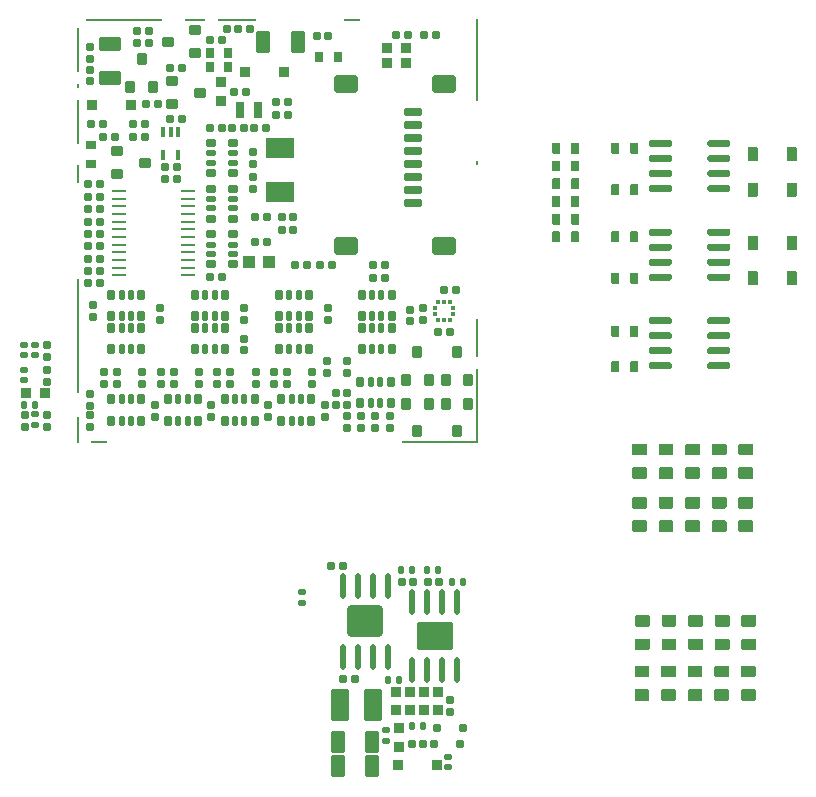
<source format=gbp>
G75*
G70*
%OFA0B0*%
%FSLAX25Y25*%
%IPPOS*%
%LPD*%
%AMOC8*
5,1,8,0,0,1.08239X$1,22.5*
%
%AMM1*
21,1,0.035430,0.030320,0.000000,0.000000,180.000000*
21,1,0.028350,0.037400,0.000000,0.000000,180.000000*
1,1,0.007090,-0.014170,0.015160*
1,1,0.007090,0.014170,0.015160*
1,1,0.007090,0.014170,-0.015160*
1,1,0.007090,-0.014170,-0.015160*
%
%AMM13*
21,1,0.035830,0.026770,0.000000,0.000000,0.000000*
21,1,0.029130,0.033470,0.000000,0.000000,0.000000*
1,1,0.006690,0.014570,-0.013390*
1,1,0.006690,-0.014570,-0.013390*
1,1,0.006690,-0.014570,0.013390*
1,1,0.006690,0.014570,0.013390*
%
%AMM137*
21,1,0.035830,0.026770,-0.000000,-0.000000,180.000000*
21,1,0.029130,0.033470,-0.000000,-0.000000,180.000000*
1,1,0.006690,-0.014570,0.013390*
1,1,0.006690,0.014570,0.013390*
1,1,0.006690,0.014570,-0.013390*
1,1,0.006690,-0.014570,-0.013390*
%
%AMM138*
21,1,0.070870,0.036220,-0.000000,-0.000000,270.000000*
21,1,0.061810,0.045280,-0.000000,-0.000000,270.000000*
1,1,0.009060,-0.018110,-0.030910*
1,1,0.009060,-0.018110,0.030910*
1,1,0.009060,0.018110,0.030910*
1,1,0.009060,0.018110,-0.030910*
%
%AMM14*
21,1,0.070870,0.036220,0.000000,0.000000,90.000000*
21,1,0.061810,0.045280,0.000000,0.000000,90.000000*
1,1,0.009060,0.018110,0.030910*
1,1,0.009060,0.018110,-0.030910*
1,1,0.009060,-0.018110,-0.030910*
1,1,0.009060,-0.018110,0.030910*
%
%AMM141*
21,1,0.023620,0.018900,-0.000000,-0.000000,270.000000*
21,1,0.018900,0.023620,-0.000000,-0.000000,270.000000*
1,1,0.004720,-0.009450,-0.009450*
1,1,0.004720,-0.009450,0.009450*
1,1,0.004720,0.009450,0.009450*
1,1,0.004720,0.009450,-0.009450*
%
%AMM142*
21,1,0.019680,0.019680,-0.000000,-0.000000,180.000000*
21,1,0.015750,0.023620,-0.000000,-0.000000,180.000000*
1,1,0.003940,-0.007870,0.009840*
1,1,0.003940,0.007870,0.009840*
1,1,0.003940,0.007870,-0.009840*
1,1,0.003940,-0.007870,-0.009840*
%
%AMM143*
21,1,0.019680,0.019680,-0.000000,-0.000000,90.000000*
21,1,0.015750,0.023620,-0.000000,-0.000000,90.000000*
1,1,0.003940,0.009840,0.007870*
1,1,0.003940,0.009840,-0.007870*
1,1,0.003940,-0.009840,-0.007870*
1,1,0.003940,-0.009840,0.007870*
%
%AMM157*
21,1,0.106300,0.050390,-0.000000,-0.000000,270.000000*
21,1,0.093700,0.062990,-0.000000,-0.000000,270.000000*
1,1,0.012600,-0.025200,-0.046850*
1,1,0.012600,-0.025200,0.046850*
1,1,0.012600,0.025200,0.046850*
1,1,0.012600,0.025200,-0.046850*
%
%AMM158*
21,1,0.033470,0.026770,-0.000000,-0.000000,90.000000*
21,1,0.026770,0.033470,-0.000000,-0.000000,90.000000*
1,1,0.006690,0.013390,0.013390*
1,1,0.006690,0.013390,-0.013390*
1,1,0.006690,-0.013390,-0.013390*
1,1,0.006690,-0.013390,0.013390*
%
%AMM159*
21,1,0.023620,0.018900,-0.000000,-0.000000,0.000000*
21,1,0.018900,0.023620,-0.000000,-0.000000,0.000000*
1,1,0.004720,0.009450,-0.009450*
1,1,0.004720,-0.009450,-0.009450*
1,1,0.004720,-0.009450,0.009450*
1,1,0.004720,0.009450,0.009450*
%
%AMM160*
21,1,0.122050,0.075590,-0.000000,-0.000000,0.000000*
21,1,0.103150,0.094490,-0.000000,-0.000000,0.000000*
1,1,0.018900,0.051580,-0.037800*
1,1,0.018900,-0.051580,-0.037800*
1,1,0.018900,-0.051580,0.037800*
1,1,0.018900,0.051580,0.037800*
%
%AMM161*
21,1,0.118110,0.083460,-0.000000,-0.000000,180.000000*
21,1,0.097240,0.104330,-0.000000,-0.000000,180.000000*
1,1,0.020870,-0.048620,0.041730*
1,1,0.020870,0.048620,0.041730*
1,1,0.020870,0.048620,-0.041730*
1,1,0.020870,-0.048620,-0.041730*
%
%AMM169*
21,1,0.023620,0.018900,0.000000,-0.000000,90.000000*
21,1,0.018900,0.023620,0.000000,-0.000000,90.000000*
1,1,0.004720,0.009450,0.009450*
1,1,0.004720,0.009450,-0.009450*
1,1,0.004720,-0.009450,-0.009450*
1,1,0.004720,-0.009450,0.009450*
%
%AMM170*
21,1,0.019680,0.019680,0.000000,-0.000000,180.000000*
21,1,0.015750,0.023620,0.000000,-0.000000,180.000000*
1,1,0.003940,-0.007870,0.009840*
1,1,0.003940,0.007870,0.009840*
1,1,0.003940,0.007870,-0.009840*
1,1,0.003940,-0.007870,-0.009840*
%
%AMM171*
21,1,0.033470,0.026770,0.000000,-0.000000,180.000000*
21,1,0.026770,0.033470,0.000000,-0.000000,180.000000*
1,1,0.006690,-0.013390,0.013390*
1,1,0.006690,0.013390,0.013390*
1,1,0.006690,0.013390,-0.013390*
1,1,0.006690,-0.013390,-0.013390*
%
%AMM172*
21,1,0.019680,0.019680,0.000000,-0.000000,270.000000*
21,1,0.015750,0.023620,0.000000,-0.000000,270.000000*
1,1,0.003940,-0.009840,-0.007870*
1,1,0.003940,-0.009840,0.007870*
1,1,0.003940,0.009840,0.007870*
1,1,0.003940,0.009840,-0.007870*
%
%AMM2*
21,1,0.033470,0.026770,0.000000,0.000000,0.000000*
21,1,0.026770,0.033470,0.000000,0.000000,0.000000*
1,1,0.006690,0.013390,-0.013390*
1,1,0.006690,-0.013390,-0.013390*
1,1,0.006690,-0.013390,0.013390*
1,1,0.006690,0.013390,0.013390*
%
%AMM41*
21,1,0.025590,0.026380,0.000000,0.000000,270.000000*
21,1,0.020470,0.031500,0.000000,0.000000,270.000000*
1,1,0.005120,-0.013190,-0.010240*
1,1,0.005120,-0.013190,0.010240*
1,1,0.005120,0.013190,0.010240*
1,1,0.005120,0.013190,-0.010240*
%
%AMM42*
21,1,0.017720,0.027950,0.000000,0.000000,270.000000*
21,1,0.014170,0.031500,0.000000,0.000000,270.000000*
1,1,0.003540,-0.013980,-0.007090*
1,1,0.003540,-0.013980,0.007090*
1,1,0.003540,0.013980,0.007090*
1,1,0.003540,0.013980,-0.007090*
%
%AMM45*
21,1,0.027560,0.018900,0.000000,0.000000,90.000000*
21,1,0.022840,0.023620,0.000000,0.000000,90.000000*
1,1,0.004720,0.009450,0.011420*
1,1,0.004720,0.009450,-0.011420*
1,1,0.004720,-0.009450,-0.011420*
1,1,0.004720,-0.009450,0.011420*
%
%AMM47*
21,1,0.027560,0.018900,0.000000,0.000000,180.000000*
21,1,0.022840,0.023620,0.000000,0.000000,180.000000*
1,1,0.004720,-0.011420,0.009450*
1,1,0.004720,0.011420,0.009450*
1,1,0.004720,0.011420,-0.009450*
1,1,0.004720,-0.011420,-0.009450*
%
%AMM49*
21,1,0.035430,0.030320,0.000000,0.000000,270.000000*
21,1,0.028350,0.037400,0.000000,0.000000,270.000000*
1,1,0.007090,-0.015160,-0.014170*
1,1,0.007090,-0.015160,0.014170*
1,1,0.007090,0.015160,0.014170*
1,1,0.007090,0.015160,-0.014170*
%
%AMM52*
21,1,0.027560,0.030710,0.000000,0.000000,0.000000*
21,1,0.022050,0.036220,0.000000,0.000000,0.000000*
1,1,0.005510,0.011020,-0.015350*
1,1,0.005510,-0.011020,-0.015350*
1,1,0.005510,-0.011020,0.015350*
1,1,0.005510,0.011020,0.015350*
%
%AMM73*
21,1,0.033470,0.026770,0.000000,0.000000,90.000000*
21,1,0.026770,0.033470,0.000000,0.000000,90.000000*
1,1,0.006690,0.013390,0.013390*
1,1,0.006690,0.013390,-0.013390*
1,1,0.006690,-0.013390,-0.013390*
1,1,0.006690,-0.013390,0.013390*
%
%AMM74*
21,1,0.025590,0.026380,0.000000,0.000000,0.000000*
21,1,0.020470,0.031500,0.000000,0.000000,0.000000*
1,1,0.005120,0.010240,-0.013190*
1,1,0.005120,-0.010240,-0.013190*
1,1,0.005120,-0.010240,0.013190*
1,1,0.005120,0.010240,0.013190*
%
%AMM75*
21,1,0.017720,0.027950,0.000000,0.000000,0.000000*
21,1,0.014170,0.031500,0.000000,0.000000,0.000000*
1,1,0.003540,0.007090,-0.013980*
1,1,0.003540,-0.007090,-0.013980*
1,1,0.003540,-0.007090,0.013980*
1,1,0.003540,0.007090,0.013980*
%
%AMM76*
21,1,0.078740,0.045670,0.000000,0.000000,180.000000*
21,1,0.067320,0.057090,0.000000,0.000000,180.000000*
1,1,0.011420,-0.033660,0.022840*
1,1,0.011420,0.033660,0.022840*
1,1,0.011420,0.033660,-0.022840*
1,1,0.011420,-0.033660,-0.022840*
%
%AMM77*
21,1,0.059060,0.020470,0.000000,0.000000,180.000000*
21,1,0.053940,0.025590,0.000000,0.000000,180.000000*
1,1,0.005120,-0.026970,0.010240*
1,1,0.005120,0.026970,0.010240*
1,1,0.005120,0.026970,-0.010240*
1,1,0.005120,-0.026970,-0.010240*
%
%AMM78*
21,1,0.012600,0.028980,0.000000,0.000000,180.000000*
21,1,0.010080,0.031500,0.000000,0.000000,180.000000*
1,1,0.002520,-0.005040,0.014490*
1,1,0.002520,0.005040,0.014490*
1,1,0.002520,0.005040,-0.014490*
1,1,0.002520,-0.005040,-0.014490*
%
%AMM79*
21,1,0.070870,0.036220,0.000000,0.000000,0.000000*
21,1,0.061810,0.045280,0.000000,0.000000,0.000000*
1,1,0.009060,0.030910,-0.018110*
1,1,0.009060,-0.030910,-0.018110*
1,1,0.009060,-0.030910,0.018110*
1,1,0.009060,0.030910,0.018110*
%
%AMM80*
21,1,0.027560,0.049610,0.000000,0.000000,0.000000*
21,1,0.022050,0.055120,0.000000,0.000000,0.000000*
1,1,0.005510,0.011020,-0.024800*
1,1,0.005510,-0.011020,-0.024800*
1,1,0.005510,-0.011020,0.024800*
1,1,0.005510,0.011020,0.024800*
%
%AMM81*
21,1,0.027560,0.030710,0.000000,0.000000,90.000000*
21,1,0.022050,0.036220,0.000000,0.000000,90.000000*
1,1,0.005510,0.015350,0.011020*
1,1,0.005510,0.015350,-0.011020*
1,1,0.005510,-0.015350,-0.011020*
1,1,0.005510,-0.015350,0.011020*
%
%ADD114O,0.01968X0.08661*%
%ADD128M41*%
%ADD129M42*%
%ADD135M45*%
%ADD139M47*%
%ADD141M49*%
%ADD144M52*%
%ADD181M73*%
%ADD182M74*%
%ADD183M75*%
%ADD184M76*%
%ADD185M77*%
%ADD186R,0.01378X0.01476*%
%ADD188M78*%
%ADD189O,0.04961X0.00984*%
%ADD190M79*%
%ADD191R,0.09449X0.06693*%
%ADD192R,0.01476X0.01378*%
%ADD193M80*%
%ADD194R,0.03937X0.04331*%
%ADD195M81*%
%ADD268M137*%
%ADD269M138*%
%ADD272M141*%
%ADD273M142*%
%ADD274M143*%
%ADD288M157*%
%ADD289M158*%
%ADD290M159*%
%ADD291M160*%
%ADD292M161*%
%ADD300M169*%
%ADD301M170*%
%ADD302M171*%
%ADD303M172*%
%ADD35R,0.00787X0.14567*%
%ADD36R,0.00787X0.01575*%
%ADD37R,0.00787X0.06299*%
%ADD38R,0.00787X0.38189*%
%ADD39R,0.00787X0.09055*%
%ADD40R,0.05512X0.00787*%
%ADD41R,0.25197X0.00787*%
%ADD42R,0.06693X0.00787*%
%ADD43R,0.12992X0.00787*%
%ADD44R,0.00787X0.27559*%
%ADD45R,0.00787X0.12992*%
%ADD46R,0.00787X0.24803*%
%ADD68M1*%
%ADD70M2*%
%ADD90M13*%
%ADD91M14*%
X0000000Y0000000D02*
%LPD*%
G01*
G36*
G01*
X0263189Y0175630D02*
X0263189Y0178701D01*
G75*
G02*
X0263465Y0178976I0000276J0000000D01*
G01*
X0265669Y0178976D01*
G75*
G02*
X0265945Y0178701I0000000J-000276D01*
G01*
X0265945Y0175630D01*
G75*
G02*
X0265669Y0175354I-000276J0000000D01*
G01*
X0263465Y0175354D01*
G75*
G02*
X0263189Y0175630I0000000J0000276D01*
G01*
G37*
G36*
G01*
X0269488Y0175630D02*
X0269488Y0178701D01*
G75*
G02*
X0269764Y0178976I0000276J0000000D01*
G01*
X0271969Y0178976D01*
G75*
G02*
X0272244Y0178701I0000000J-000276D01*
G01*
X0272244Y0175630D01*
G75*
G02*
X0271969Y0175354I-000276J0000000D01*
G01*
X0269764Y0175354D01*
G75*
G02*
X0269488Y0175630I0000000J0000276D01*
G01*
G37*
G36*
G01*
X0310965Y0036260D02*
X0306831Y0036260D01*
G75*
G02*
X0306437Y0036654I0000000J0000394D01*
G01*
X0306437Y0039803D01*
G75*
G02*
X0306831Y0040197I0000394J0000000D01*
G01*
X0310965Y0040197D01*
G75*
G02*
X0311358Y0039803I0000000J-000394D01*
G01*
X0311358Y0036654D01*
G75*
G02*
X0310965Y0036260I-000394J0000000D01*
G01*
G37*
G36*
G01*
X0310965Y0044134D02*
X0306831Y0044134D01*
G75*
G02*
X0306437Y0044528I0000000J0000394D01*
G01*
X0306437Y0047677D01*
G75*
G02*
X0306831Y0048071I0000394J0000000D01*
G01*
X0310965Y0048071D01*
G75*
G02*
X0311358Y0047677I0000000J-000394D01*
G01*
X0311358Y0044528D01*
G75*
G02*
X0310965Y0044134I-000394J0000000D01*
G01*
G37*
G36*
G01*
X0289272Y0064961D02*
X0293406Y0064961D01*
G75*
G02*
X0293799Y0064567I0000000J-000394D01*
G01*
X0293799Y0061417D01*
G75*
G02*
X0293406Y0061024I-000394J0000000D01*
G01*
X0289272Y0061024D01*
G75*
G02*
X0288878Y0061417I0000000J0000394D01*
G01*
X0288878Y0064567D01*
G75*
G02*
X0289272Y0064961I0000394J0000000D01*
G01*
G37*
G36*
G01*
X0289272Y0057087D02*
X0293406Y0057087D01*
G75*
G02*
X0293799Y0056693I0000000J-000394D01*
G01*
X0293799Y0053543D01*
G75*
G02*
X0293406Y0053150I-000394J0000000D01*
G01*
X0289272Y0053150D01*
G75*
G02*
X0288878Y0053543I0000000J0000394D01*
G01*
X0288878Y0056693D01*
G75*
G02*
X0289272Y0057087I0000394J0000000D01*
G01*
G37*
G36*
G01*
X0252559Y0198386D02*
X0252559Y0195315D01*
G75*
G02*
X0252283Y0195039I-000276J0000000D01*
G01*
X0250079Y0195039D01*
G75*
G02*
X0249803Y0195315I0000000J0000276D01*
G01*
X0249803Y0198386D01*
G75*
G02*
X0250079Y0198661I0000276J0000000D01*
G01*
X0252283Y0198661D01*
G75*
G02*
X0252559Y0198386I0000000J-000276D01*
G01*
G37*
G36*
G01*
X0246260Y0198386D02*
X0246260Y0195315D01*
G75*
G02*
X0245984Y0195039I-000276J0000000D01*
G01*
X0243780Y0195039D01*
G75*
G02*
X0243504Y0195315I0000000J0000276D01*
G01*
X0243504Y0198386D01*
G75*
G02*
X0243780Y0198661I0000276J0000000D01*
G01*
X0245984Y0198661D01*
G75*
G02*
X0246260Y0198386I0000000J-000276D01*
G01*
G37*
G36*
G01*
X0263189Y0205157D02*
X0263189Y0208228D01*
G75*
G02*
X0263465Y0208504I0000276J0000000D01*
G01*
X0265669Y0208504D01*
G75*
G02*
X0265945Y0208228I0000000J-000276D01*
G01*
X0265945Y0205157D01*
G75*
G02*
X0265669Y0204882I-000276J0000000D01*
G01*
X0263465Y0204882D01*
G75*
G02*
X0263189Y0205157I0000000J0000276D01*
G01*
G37*
G36*
G01*
X0269488Y0205157D02*
X0269488Y0208228D01*
G75*
G02*
X0269764Y0208504I0000276J0000000D01*
G01*
X0271969Y0208504D01*
G75*
G02*
X0272244Y0208228I0000000J-000276D01*
G01*
X0272244Y0205157D01*
G75*
G02*
X0271969Y0204882I-000276J0000000D01*
G01*
X0269764Y0204882D01*
G75*
G02*
X0269488Y0205157I0000000J0000276D01*
G01*
G37*
G36*
G01*
X0298130Y0064961D02*
X0302264Y0064961D01*
G75*
G02*
X0302657Y0064567I0000000J-000394D01*
G01*
X0302657Y0061417D01*
G75*
G02*
X0302264Y0061024I-000394J0000000D01*
G01*
X0298130Y0061024D01*
G75*
G02*
X0297736Y0061417I0000000J0000394D01*
G01*
X0297736Y0064567D01*
G75*
G02*
X0298130Y0064961I0000394J0000000D01*
G01*
G37*
G36*
G01*
X0298130Y0057087D02*
X0302264Y0057087D01*
G75*
G02*
X0302657Y0056693I0000000J-000394D01*
G01*
X0302657Y0053543D01*
G75*
G02*
X0302264Y0053150I-000394J0000000D01*
G01*
X0298130Y0053150D01*
G75*
G02*
X0297736Y0053543I0000000J0000394D01*
G01*
X0297736Y0056693D01*
G75*
G02*
X0298130Y0057087I0000394J0000000D01*
G01*
G37*
G36*
G01*
X0270571Y0122047D02*
X0274705Y0122047D01*
G75*
G02*
X0275098Y0121654I0000000J-000394D01*
G01*
X0275098Y0118504D01*
G75*
G02*
X0274705Y0118110I-000394J0000000D01*
G01*
X0270571Y0118110D01*
G75*
G02*
X0270177Y0118504I0000000J0000394D01*
G01*
X0270177Y0121654D01*
G75*
G02*
X0270571Y0122047I0000394J0000000D01*
G01*
G37*
G36*
G01*
X0270571Y0114173D02*
X0274705Y0114173D01*
G75*
G02*
X0275098Y0113780I0000000J-000394D01*
G01*
X0275098Y0110630D01*
G75*
G02*
X0274705Y0110236I-000394J0000000D01*
G01*
X0270571Y0110236D01*
G75*
G02*
X0270177Y0110630I0000000J0000394D01*
G01*
X0270177Y0113780D01*
G75*
G02*
X0270571Y0114173I0000394J0000000D01*
G01*
G37*
G36*
G01*
X0302106Y0036260D02*
X0297972Y0036260D01*
G75*
G02*
X0297579Y0036654I0000000J0000394D01*
G01*
X0297579Y0039803D01*
G75*
G02*
X0297972Y0040197I0000394J0000000D01*
G01*
X0302106Y0040197D01*
G75*
G02*
X0302500Y0039803I0000000J-000394D01*
G01*
X0302500Y0036654D01*
G75*
G02*
X0302106Y0036260I-000394J0000000D01*
G01*
G37*
G36*
G01*
X0302106Y0044134D02*
X0297972Y0044134D01*
G75*
G02*
X0297579Y0044528I0000000J0000394D01*
G01*
X0297579Y0047677D01*
G75*
G02*
X0297972Y0048071I0000394J0000000D01*
G01*
X0302106Y0048071D01*
G75*
G02*
X0302500Y0047677I0000000J-000394D01*
G01*
X0302500Y0044528D01*
G75*
G02*
X0302106Y0044134I-000394J0000000D01*
G01*
G37*
G36*
G01*
X0280413Y0064961D02*
X0284547Y0064961D01*
G75*
G02*
X0284941Y0064567I0000000J-000394D01*
G01*
X0284941Y0061417D01*
G75*
G02*
X0284547Y0061024I-000394J0000000D01*
G01*
X0280413Y0061024D01*
G75*
G02*
X0280020Y0061417I0000000J0000394D01*
G01*
X0280020Y0064567D01*
G75*
G02*
X0280413Y0064961I0000394J0000000D01*
G01*
G37*
G36*
G01*
X0280413Y0057087D02*
X0284547Y0057087D01*
G75*
G02*
X0284941Y0056693I0000000J-000394D01*
G01*
X0284941Y0053543D01*
G75*
G02*
X0284547Y0053150I-000394J0000000D01*
G01*
X0280413Y0053150D01*
G75*
G02*
X0280020Y0053543I0000000J0000394D01*
G01*
X0280020Y0056693D01*
G75*
G02*
X0280413Y0057087I0000394J0000000D01*
G01*
G37*
G36*
G01*
X0306988Y0064961D02*
X0311122Y0064961D01*
G75*
G02*
X0311516Y0064567I0000000J-000394D01*
G01*
X0311516Y0061417D01*
G75*
G02*
X0311122Y0061024I-000394J0000000D01*
G01*
X0306988Y0061024D01*
G75*
G02*
X0306594Y0061417I0000000J0000394D01*
G01*
X0306594Y0064567D01*
G75*
G02*
X0306988Y0064961I0000394J0000000D01*
G01*
G37*
G36*
G01*
X0306988Y0057087D02*
X0311122Y0057087D01*
G75*
G02*
X0311516Y0056693I0000000J-000394D01*
G01*
X0311516Y0053543D01*
G75*
G02*
X0311122Y0053150I-000394J0000000D01*
G01*
X0306988Y0053150D01*
G75*
G02*
X0306594Y0053543I0000000J0000394D01*
G01*
X0306594Y0056693D01*
G75*
G02*
X0306988Y0057087I0000394J0000000D01*
G01*
G37*
G36*
G01*
X0275787Y0147421D02*
X0275787Y0148602D01*
G75*
G02*
X0276378Y0149193I0000591J0000000D01*
G01*
X0282874Y0149193D01*
G75*
G02*
X0283465Y0148602I0000000J-000591D01*
G01*
X0283465Y0147421D01*
G75*
G02*
X0282874Y0146831I-000591J0000000D01*
G01*
X0276378Y0146831D01*
G75*
G02*
X0275787Y0147421I0000000J0000591D01*
G01*
G37*
G36*
G01*
X0275787Y0152421D02*
X0275787Y0153602D01*
G75*
G02*
X0276378Y0154193I0000591J0000000D01*
G01*
X0282874Y0154193D01*
G75*
G02*
X0283465Y0153602I0000000J-000591D01*
G01*
X0283465Y0152421D01*
G75*
G02*
X0282874Y0151831I-000591J0000000D01*
G01*
X0276378Y0151831D01*
G75*
G02*
X0275787Y0152421I0000000J0000591D01*
G01*
G37*
G36*
G01*
X0275787Y0157421D02*
X0275787Y0158602D01*
G75*
G02*
X0276378Y0159193I0000591J0000000D01*
G01*
X0282874Y0159193D01*
G75*
G02*
X0283465Y0158602I0000000J-000591D01*
G01*
X0283465Y0157421D01*
G75*
G02*
X0282874Y0156831I-000591J0000000D01*
G01*
X0276378Y0156831D01*
G75*
G02*
X0275787Y0157421I0000000J0000591D01*
G01*
G37*
G36*
G01*
X0275787Y0162421D02*
X0275787Y0163602D01*
G75*
G02*
X0276378Y0164193I0000591J0000000D01*
G01*
X0282874Y0164193D01*
G75*
G02*
X0283465Y0163602I0000000J-000591D01*
G01*
X0283465Y0162421D01*
G75*
G02*
X0282874Y0161831I-000591J0000000D01*
G01*
X0276378Y0161831D01*
G75*
G02*
X0275787Y0162421I0000000J0000591D01*
G01*
G37*
G36*
G01*
X0295276Y0162421D02*
X0295276Y0163602D01*
G75*
G02*
X0295866Y0164193I0000591J0000000D01*
G01*
X0302362Y0164193D01*
G75*
G02*
X0302953Y0163602I0000000J-000591D01*
G01*
X0302953Y0162421D01*
G75*
G02*
X0302362Y0161831I-000591J0000000D01*
G01*
X0295866Y0161831D01*
G75*
G02*
X0295276Y0162421I0000000J0000591D01*
G01*
G37*
G36*
G01*
X0295276Y0157421D02*
X0295276Y0158602D01*
G75*
G02*
X0295866Y0159193I0000591J0000000D01*
G01*
X0302362Y0159193D01*
G75*
G02*
X0302953Y0158602I0000000J-000591D01*
G01*
X0302953Y0157421D01*
G75*
G02*
X0302362Y0156831I-000591J0000000D01*
G01*
X0295866Y0156831D01*
G75*
G02*
X0295276Y0157421I0000000J0000591D01*
G01*
G37*
G36*
G01*
X0295276Y0152421D02*
X0295276Y0153602D01*
G75*
G02*
X0295866Y0154193I0000591J0000000D01*
G01*
X0302362Y0154193D01*
G75*
G02*
X0302953Y0153602I0000000J-000591D01*
G01*
X0302953Y0152421D01*
G75*
G02*
X0302362Y0151831I-000591J0000000D01*
G01*
X0295866Y0151831D01*
G75*
G02*
X0295276Y0152421I0000000J0000591D01*
G01*
G37*
G36*
G01*
X0295276Y0147421D02*
X0295276Y0148602D01*
G75*
G02*
X0295866Y0149193I0000591J0000000D01*
G01*
X0302362Y0149193D01*
G75*
G02*
X0302953Y0148602I0000000J-000591D01*
G01*
X0302953Y0147421D01*
G75*
G02*
X0302362Y0146831I-000591J0000000D01*
G01*
X0295866Y0146831D01*
G75*
G02*
X0295276Y0147421I0000000J0000591D01*
G01*
G37*
G36*
G01*
X0252559Y0222008D02*
X0252559Y0218937D01*
G75*
G02*
X0252283Y0218661I-000276J0000000D01*
G01*
X0250079Y0218661D01*
G75*
G02*
X0249803Y0218937I0000000J0000276D01*
G01*
X0249803Y0222008D01*
G75*
G02*
X0250079Y0222283I0000276J0000000D01*
G01*
X0252283Y0222283D01*
G75*
G02*
X0252559Y0222008I0000000J-000276D01*
G01*
G37*
G36*
G01*
X0246260Y0222008D02*
X0246260Y0218937D01*
G75*
G02*
X0245984Y0218661I-000276J0000000D01*
G01*
X0243780Y0218661D01*
G75*
G02*
X0243504Y0218937I0000000J0000276D01*
G01*
X0243504Y0222008D01*
G75*
G02*
X0243780Y0222283I0000276J0000000D01*
G01*
X0245984Y0222283D01*
G75*
G02*
X0246260Y0222008I0000000J-000276D01*
G01*
G37*
G36*
G01*
X0325197Y0190984D02*
X0325197Y0186969D01*
G75*
G02*
X0324843Y0186614I-000354J0000000D01*
G01*
X0322008Y0186614D01*
G75*
G02*
X0321654Y0186969I0000000J0000354D01*
G01*
X0321654Y0190984D01*
G75*
G02*
X0322008Y0191339I0000354J0000000D01*
G01*
X0324843Y0191339D01*
G75*
G02*
X0325197Y0190984I0000000J-000354D01*
G01*
G37*
G36*
G01*
X0312205Y0190984D02*
X0312205Y0186969D01*
G75*
G02*
X0311850Y0186614I-000354J0000000D01*
G01*
X0309016Y0186614D01*
G75*
G02*
X0308661Y0186969I0000000J0000354D01*
G01*
X0308661Y0190984D01*
G75*
G02*
X0309016Y0191339I0000354J0000000D01*
G01*
X0311850Y0191339D01*
G75*
G02*
X0312205Y0190984I0000000J-000354D01*
G01*
G37*
G36*
G01*
X0283563Y0092520D02*
X0279429Y0092520D01*
G75*
G02*
X0279035Y0092913I0000000J0000394D01*
G01*
X0279035Y0096063D01*
G75*
G02*
X0279429Y0096457I0000394J0000000D01*
G01*
X0283563Y0096457D01*
G75*
G02*
X0283957Y0096063I0000000J-000394D01*
G01*
X0283957Y0092913D01*
G75*
G02*
X0283563Y0092520I-000394J0000000D01*
G01*
G37*
G36*
G01*
X0283563Y0100394D02*
X0279429Y0100394D01*
G75*
G02*
X0279035Y0100787I0000000J0000394D01*
G01*
X0279035Y0103937D01*
G75*
G02*
X0279429Y0104331I0000394J0000000D01*
G01*
X0283563Y0104331D01*
G75*
G02*
X0283957Y0103937I0000000J-000394D01*
G01*
X0283957Y0100787D01*
G75*
G02*
X0283563Y0100394I-000394J0000000D01*
G01*
G37*
G36*
G01*
X0275531Y0036260D02*
X0271398Y0036260D01*
G75*
G02*
X0271004Y0036654I0000000J0000394D01*
G01*
X0271004Y0039803D01*
G75*
G02*
X0271398Y0040197I0000394J0000000D01*
G01*
X0275531Y0040197D01*
G75*
G02*
X0275925Y0039803I0000000J-000394D01*
G01*
X0275925Y0036654D01*
G75*
G02*
X0275531Y0036260I-000394J0000000D01*
G01*
G37*
G36*
G01*
X0275531Y0044134D02*
X0271398Y0044134D01*
G75*
G02*
X0271004Y0044528I0000000J0000394D01*
G01*
X0271004Y0047677D01*
G75*
G02*
X0271398Y0048071I0000394J0000000D01*
G01*
X0275531Y0048071D01*
G75*
G02*
X0275925Y0047677I0000000J-000394D01*
G01*
X0275925Y0044528D01*
G75*
G02*
X0275531Y0044134I-000394J0000000D01*
G01*
G37*
G36*
G01*
X0252559Y0210197D02*
X0252559Y0207126D01*
G75*
G02*
X0252283Y0206850I-000276J0000000D01*
G01*
X0250079Y0206850D01*
G75*
G02*
X0249803Y0207126I0000000J0000276D01*
G01*
X0249803Y0210197D01*
G75*
G02*
X0250079Y0210472I0000276J0000000D01*
G01*
X0252283Y0210472D01*
G75*
G02*
X0252559Y0210197I0000000J-000276D01*
G01*
G37*
G36*
G01*
X0246260Y0210197D02*
X0246260Y0207126D01*
G75*
G02*
X0245984Y0206850I-000276J0000000D01*
G01*
X0243780Y0206850D01*
G75*
G02*
X0243504Y0207126I0000000J0000276D01*
G01*
X0243504Y0210197D01*
G75*
G02*
X0243780Y0210472I0000276J0000000D01*
G01*
X0245984Y0210472D01*
G75*
G02*
X0246260Y0210197I0000000J-000276D01*
G01*
G37*
G36*
G01*
X0325197Y0179173D02*
X0325197Y0175157D01*
G75*
G02*
X0324843Y0174803I-000354J0000000D01*
G01*
X0322008Y0174803D01*
G75*
G02*
X0321654Y0175157I0000000J0000354D01*
G01*
X0321654Y0179173D01*
G75*
G02*
X0322008Y0179528I0000354J0000000D01*
G01*
X0324843Y0179528D01*
G75*
G02*
X0325197Y0179173I0000000J-000354D01*
G01*
G37*
G36*
G01*
X0312205Y0179173D02*
X0312205Y0175157D01*
G75*
G02*
X0311850Y0174803I-000354J0000000D01*
G01*
X0309016Y0174803D01*
G75*
G02*
X0308661Y0175157I0000000J0000354D01*
G01*
X0308661Y0179173D01*
G75*
G02*
X0309016Y0179528I0000354J0000000D01*
G01*
X0311850Y0179528D01*
G75*
G02*
X0312205Y0179173I0000000J-000354D01*
G01*
G37*
G36*
G01*
X0288287Y0122047D02*
X0292421Y0122047D01*
G75*
G02*
X0292815Y0121654I0000000J-000394D01*
G01*
X0292815Y0118504D01*
G75*
G02*
X0292421Y0118110I-000394J0000000D01*
G01*
X0288287Y0118110D01*
G75*
G02*
X0287894Y0118504I0000000J0000394D01*
G01*
X0287894Y0121654D01*
G75*
G02*
X0288287Y0122047I0000394J0000000D01*
G01*
G37*
G36*
G01*
X0288287Y0114173D02*
X0292421Y0114173D01*
G75*
G02*
X0292815Y0113780I0000000J-000394D01*
G01*
X0292815Y0110630D01*
G75*
G02*
X0292421Y0110236I-000394J0000000D01*
G01*
X0288287Y0110236D01*
G75*
G02*
X0287894Y0110630I0000000J0000394D01*
G01*
X0287894Y0113780D01*
G75*
G02*
X0288287Y0114173I0000394J0000000D01*
G01*
G37*
G36*
G01*
X0275787Y0206476D02*
X0275787Y0207657D01*
G75*
G02*
X0276378Y0208248I0000591J0000000D01*
G01*
X0282874Y0208248D01*
G75*
G02*
X0283465Y0207657I0000000J-000591D01*
G01*
X0283465Y0206476D01*
G75*
G02*
X0282874Y0205886I-000591J0000000D01*
G01*
X0276378Y0205886D01*
G75*
G02*
X0275787Y0206476I0000000J0000591D01*
G01*
G37*
G36*
G01*
X0275787Y0211476D02*
X0275787Y0212657D01*
G75*
G02*
X0276378Y0213248I0000591J0000000D01*
G01*
X0282874Y0213248D01*
G75*
G02*
X0283465Y0212657I0000000J-000591D01*
G01*
X0283465Y0211476D01*
G75*
G02*
X0282874Y0210886I-000591J0000000D01*
G01*
X0276378Y0210886D01*
G75*
G02*
X0275787Y0211476I0000000J0000591D01*
G01*
G37*
G36*
G01*
X0275787Y0216476D02*
X0275787Y0217657D01*
G75*
G02*
X0276378Y0218248I0000591J0000000D01*
G01*
X0282874Y0218248D01*
G75*
G02*
X0283465Y0217657I0000000J-000591D01*
G01*
X0283465Y0216476D01*
G75*
G02*
X0282874Y0215886I-000591J0000000D01*
G01*
X0276378Y0215886D01*
G75*
G02*
X0275787Y0216476I0000000J0000591D01*
G01*
G37*
G36*
G01*
X0275787Y0221476D02*
X0275787Y0222657D01*
G75*
G02*
X0276378Y0223248I0000591J0000000D01*
G01*
X0282874Y0223248D01*
G75*
G02*
X0283465Y0222657I0000000J-000591D01*
G01*
X0283465Y0221476D01*
G75*
G02*
X0282874Y0220886I-000591J0000000D01*
G01*
X0276378Y0220886D01*
G75*
G02*
X0275787Y0221476I0000000J0000591D01*
G01*
G37*
G36*
G01*
X0295276Y0221476D02*
X0295276Y0222657D01*
G75*
G02*
X0295866Y0223248I0000591J0000000D01*
G01*
X0302362Y0223248D01*
G75*
G02*
X0302953Y0222657I0000000J-000591D01*
G01*
X0302953Y0221476D01*
G75*
G02*
X0302362Y0220886I-000591J0000000D01*
G01*
X0295866Y0220886D01*
G75*
G02*
X0295276Y0221476I0000000J0000591D01*
G01*
G37*
G36*
G01*
X0295276Y0216476D02*
X0295276Y0217657D01*
G75*
G02*
X0295866Y0218248I0000591J0000000D01*
G01*
X0302362Y0218248D01*
G75*
G02*
X0302953Y0217657I0000000J-000591D01*
G01*
X0302953Y0216476D01*
G75*
G02*
X0302362Y0215886I-000591J0000000D01*
G01*
X0295866Y0215886D01*
G75*
G02*
X0295276Y0216476I0000000J0000591D01*
G01*
G37*
G36*
G01*
X0295276Y0211476D02*
X0295276Y0212657D01*
G75*
G02*
X0295866Y0213248I0000591J0000000D01*
G01*
X0302362Y0213248D01*
G75*
G02*
X0302953Y0212657I0000000J-000591D01*
G01*
X0302953Y0211476D01*
G75*
G02*
X0302362Y0210886I-000591J0000000D01*
G01*
X0295866Y0210886D01*
G75*
G02*
X0295276Y0211476I0000000J0000591D01*
G01*
G37*
G36*
G01*
X0295276Y0206476D02*
X0295276Y0207657D01*
G75*
G02*
X0295866Y0208248I0000591J0000000D01*
G01*
X0302362Y0208248D01*
G75*
G02*
X0302953Y0207657I0000000J-000591D01*
G01*
X0302953Y0206476D01*
G75*
G02*
X0302362Y0205886I-000591J0000000D01*
G01*
X0295866Y0205886D01*
G75*
G02*
X0295276Y0206476I0000000J0000591D01*
G01*
G37*
G36*
G01*
X0297146Y0122047D02*
X0301280Y0122047D01*
G75*
G02*
X0301673Y0121654I0000000J-000394D01*
G01*
X0301673Y0118504D01*
G75*
G02*
X0301280Y0118110I-000394J0000000D01*
G01*
X0297146Y0118110D01*
G75*
G02*
X0296752Y0118504I0000000J0000394D01*
G01*
X0296752Y0121654D01*
G75*
G02*
X0297146Y0122047I0000394J0000000D01*
G01*
G37*
G36*
G01*
X0297146Y0114173D02*
X0301280Y0114173D01*
G75*
G02*
X0301673Y0113780I0000000J-000394D01*
G01*
X0301673Y0110630D01*
G75*
G02*
X0301280Y0110236I-000394J0000000D01*
G01*
X0297146Y0110236D01*
G75*
G02*
X0296752Y0110630I0000000J0000394D01*
G01*
X0296752Y0113780D01*
G75*
G02*
X0297146Y0114173I0000394J0000000D01*
G01*
G37*
G36*
G01*
X0252559Y0216102D02*
X0252559Y0213031D01*
G75*
G02*
X0252283Y0212756I-000276J0000000D01*
G01*
X0250079Y0212756D01*
G75*
G02*
X0249803Y0213031I0000000J0000276D01*
G01*
X0249803Y0216102D01*
G75*
G02*
X0250079Y0216378I0000276J0000000D01*
G01*
X0252283Y0216378D01*
G75*
G02*
X0252559Y0216102I0000000J-000276D01*
G01*
G37*
G36*
G01*
X0246260Y0216102D02*
X0246260Y0213031D01*
G75*
G02*
X0245984Y0212756I-000276J0000000D01*
G01*
X0243780Y0212756D01*
G75*
G02*
X0243504Y0213031I0000000J0000276D01*
G01*
X0243504Y0216102D01*
G75*
G02*
X0243780Y0216378I0000276J0000000D01*
G01*
X0245984Y0216378D01*
G75*
G02*
X0246260Y0216102I0000000J-000276D01*
G01*
G37*
G36*
G01*
X0272244Y0149173D02*
X0272244Y0146102D01*
G75*
G02*
X0271969Y0145827I-000276J0000000D01*
G01*
X0269764Y0145827D01*
G75*
G02*
X0269488Y0146102I0000000J0000276D01*
G01*
X0269488Y0149173D01*
G75*
G02*
X0269764Y0149449I0000276J0000000D01*
G01*
X0271969Y0149449D01*
G75*
G02*
X0272244Y0149173I0000000J-000276D01*
G01*
G37*
G36*
G01*
X0265945Y0149173D02*
X0265945Y0146102D01*
G75*
G02*
X0265669Y0145827I-000276J0000000D01*
G01*
X0263465Y0145827D01*
G75*
G02*
X0263189Y0146102I0000000J0000276D01*
G01*
X0263189Y0149173D01*
G75*
G02*
X0263465Y0149449I0000276J0000000D01*
G01*
X0265669Y0149449D01*
G75*
G02*
X0265945Y0149173I0000000J-000276D01*
G01*
G37*
G36*
G01*
X0263189Y0218937D02*
X0263189Y0222008D01*
G75*
G02*
X0263465Y0222283I0000276J0000000D01*
G01*
X0265669Y0222283D01*
G75*
G02*
X0265945Y0222008I0000000J-000276D01*
G01*
X0265945Y0218937D01*
G75*
G02*
X0265669Y0218661I-000276J0000000D01*
G01*
X0263465Y0218661D01*
G75*
G02*
X0263189Y0218937I0000000J0000276D01*
G01*
G37*
G36*
G01*
X0269488Y0218937D02*
X0269488Y0222008D01*
G75*
G02*
X0269764Y0222283I0000276J0000000D01*
G01*
X0271969Y0222283D01*
G75*
G02*
X0272244Y0222008I0000000J-000276D01*
G01*
X0272244Y0218937D01*
G75*
G02*
X0271969Y0218661I-000276J0000000D01*
G01*
X0269764Y0218661D01*
G75*
G02*
X0269488Y0218937I0000000J0000276D01*
G01*
G37*
G36*
G01*
X0279429Y0122047D02*
X0283563Y0122047D01*
G75*
G02*
X0283957Y0121654I0000000J-000394D01*
G01*
X0283957Y0118504D01*
G75*
G02*
X0283563Y0118110I-000394J0000000D01*
G01*
X0279429Y0118110D01*
G75*
G02*
X0279035Y0118504I0000000J0000394D01*
G01*
X0279035Y0121654D01*
G75*
G02*
X0279429Y0122047I0000394J0000000D01*
G01*
G37*
G36*
G01*
X0279429Y0114173D02*
X0283563Y0114173D01*
G75*
G02*
X0283957Y0113780I0000000J-000394D01*
G01*
X0283957Y0110630D01*
G75*
G02*
X0283563Y0110236I-000394J0000000D01*
G01*
X0279429Y0110236D01*
G75*
G02*
X0279035Y0110630I0000000J0000394D01*
G01*
X0279035Y0113780D01*
G75*
G02*
X0279429Y0114173I0000394J0000000D01*
G01*
G37*
G36*
G01*
X0252559Y0192480D02*
X0252559Y0189409D01*
G75*
G02*
X0252283Y0189134I-000276J0000000D01*
G01*
X0250079Y0189134D01*
G75*
G02*
X0249803Y0189409I0000000J0000276D01*
G01*
X0249803Y0192480D01*
G75*
G02*
X0250079Y0192756I0000276J0000000D01*
G01*
X0252283Y0192756D01*
G75*
G02*
X0252559Y0192480I0000000J-000276D01*
G01*
G37*
G36*
G01*
X0246260Y0192480D02*
X0246260Y0189409D01*
G75*
G02*
X0245984Y0189134I-000276J0000000D01*
G01*
X0243780Y0189134D01*
G75*
G02*
X0243504Y0189409I0000000J0000276D01*
G01*
X0243504Y0192480D01*
G75*
G02*
X0243780Y0192756I0000276J0000000D01*
G01*
X0245984Y0192756D01*
G75*
G02*
X0246260Y0192480I0000000J-000276D01*
G01*
G37*
G36*
G01*
X0274705Y0092520D02*
X0270571Y0092520D01*
G75*
G02*
X0270177Y0092913I0000000J0000394D01*
G01*
X0270177Y0096063D01*
G75*
G02*
X0270571Y0096457I0000394J0000000D01*
G01*
X0274705Y0096457D01*
G75*
G02*
X0275098Y0096063I0000000J-000394D01*
G01*
X0275098Y0092913D01*
G75*
G02*
X0274705Y0092520I-000394J0000000D01*
G01*
G37*
G36*
G01*
X0274705Y0100394D02*
X0270571Y0100394D01*
G75*
G02*
X0270177Y0100787I0000000J0000394D01*
G01*
X0270177Y0103937D01*
G75*
G02*
X0270571Y0104331I0000394J0000000D01*
G01*
X0274705Y0104331D01*
G75*
G02*
X0275098Y0103937I0000000J-000394D01*
G01*
X0275098Y0100787D01*
G75*
G02*
X0274705Y0100394I-000394J0000000D01*
G01*
G37*
G36*
G01*
X0272244Y0160984D02*
X0272244Y0157913D01*
G75*
G02*
X0271969Y0157638I-000276J0000000D01*
G01*
X0269764Y0157638D01*
G75*
G02*
X0269488Y0157913I0000000J0000276D01*
G01*
X0269488Y0160984D01*
G75*
G02*
X0269764Y0161260I0000276J0000000D01*
G01*
X0271969Y0161260D01*
G75*
G02*
X0272244Y0160984I0000000J-000276D01*
G01*
G37*
G36*
G01*
X0265945Y0160984D02*
X0265945Y0157913D01*
G75*
G02*
X0265669Y0157638I-000276J0000000D01*
G01*
X0263465Y0157638D01*
G75*
G02*
X0263189Y0157913I0000000J0000276D01*
G01*
X0263189Y0160984D01*
G75*
G02*
X0263465Y0161260I0000276J0000000D01*
G01*
X0265669Y0161260D01*
G75*
G02*
X0265945Y0160984I0000000J-000276D01*
G01*
G37*
G36*
G01*
X0252559Y0204291D02*
X0252559Y0201220D01*
G75*
G02*
X0252283Y0200945I-000276J0000000D01*
G01*
X0250079Y0200945D01*
G75*
G02*
X0249803Y0201220I0000000J0000276D01*
G01*
X0249803Y0204291D01*
G75*
G02*
X0250079Y0204567I0000276J0000000D01*
G01*
X0252283Y0204567D01*
G75*
G02*
X0252559Y0204291I0000000J-000276D01*
G01*
G37*
G36*
G01*
X0246260Y0204291D02*
X0246260Y0201220D01*
G75*
G02*
X0245984Y0200945I-000276J0000000D01*
G01*
X0243780Y0200945D01*
G75*
G02*
X0243504Y0201220I0000000J0000276D01*
G01*
X0243504Y0204291D01*
G75*
G02*
X0243780Y0204567I0000276J0000000D01*
G01*
X0245984Y0204567D01*
G75*
G02*
X0246260Y0204291I0000000J-000276D01*
G01*
G37*
G36*
G01*
X0284390Y0036260D02*
X0280256Y0036260D01*
G75*
G02*
X0279862Y0036654I0000000J0000394D01*
G01*
X0279862Y0039803D01*
G75*
G02*
X0280256Y0040197I0000394J0000000D01*
G01*
X0284390Y0040197D01*
G75*
G02*
X0284783Y0039803I0000000J-000394D01*
G01*
X0284783Y0036654D01*
G75*
G02*
X0284390Y0036260I-000394J0000000D01*
G01*
G37*
G36*
G01*
X0284390Y0044134D02*
X0280256Y0044134D01*
G75*
G02*
X0279862Y0044528I0000000J0000394D01*
G01*
X0279862Y0047677D01*
G75*
G02*
X0280256Y0048071I0000394J0000000D01*
G01*
X0284390Y0048071D01*
G75*
G02*
X0284783Y0047677I0000000J-000394D01*
G01*
X0284783Y0044528D01*
G75*
G02*
X0284390Y0044134I-000394J0000000D01*
G01*
G37*
G36*
G01*
X0325197Y0208701D02*
X0325197Y0204685D01*
G75*
G02*
X0324843Y0204331I-000354J0000000D01*
G01*
X0322008Y0204331D01*
G75*
G02*
X0321654Y0204685I0000000J0000354D01*
G01*
X0321654Y0208701D01*
G75*
G02*
X0322008Y0209055I0000354J0000000D01*
G01*
X0324843Y0209055D01*
G75*
G02*
X0325197Y0208701I0000000J-000354D01*
G01*
G37*
G36*
G01*
X0312205Y0208701D02*
X0312205Y0204685D01*
G75*
G02*
X0311850Y0204331I-000354J0000000D01*
G01*
X0309016Y0204331D01*
G75*
G02*
X0308661Y0204685I0000000J0000354D01*
G01*
X0308661Y0208701D01*
G75*
G02*
X0309016Y0209055I0000354J0000000D01*
G01*
X0311850Y0209055D01*
G75*
G02*
X0312205Y0208701I0000000J-000354D01*
G01*
G37*
G36*
G01*
X0301280Y0092520D02*
X0297146Y0092520D01*
G75*
G02*
X0296752Y0092913I0000000J0000394D01*
G01*
X0296752Y0096063D01*
G75*
G02*
X0297146Y0096457I0000394J0000000D01*
G01*
X0301280Y0096457D01*
G75*
G02*
X0301673Y0096063I0000000J-000394D01*
G01*
X0301673Y0092913D01*
G75*
G02*
X0301280Y0092520I-000394J0000000D01*
G01*
G37*
G36*
G01*
X0301280Y0100394D02*
X0297146Y0100394D01*
G75*
G02*
X0296752Y0100787I0000000J0000394D01*
G01*
X0296752Y0103937D01*
G75*
G02*
X0297146Y0104331I0000394J0000000D01*
G01*
X0301280Y0104331D01*
G75*
G02*
X0301673Y0103937I0000000J-000394D01*
G01*
X0301673Y0100787D01*
G75*
G02*
X0301280Y0100394I-000394J0000000D01*
G01*
G37*
G36*
G01*
X0306004Y0122047D02*
X0310138Y0122047D01*
G75*
G02*
X0310531Y0121654I0000000J-000394D01*
G01*
X0310531Y0118504D01*
G75*
G02*
X0310138Y0118110I-000394J0000000D01*
G01*
X0306004Y0118110D01*
G75*
G02*
X0305610Y0118504I0000000J0000394D01*
G01*
X0305610Y0121654D01*
G75*
G02*
X0306004Y0122047I0000394J0000000D01*
G01*
G37*
G36*
G01*
X0306004Y0114173D02*
X0310138Y0114173D01*
G75*
G02*
X0310531Y0113780I0000000J-000394D01*
G01*
X0310531Y0110630D01*
G75*
G02*
X0310138Y0110236I-000394J0000000D01*
G01*
X0306004Y0110236D01*
G75*
G02*
X0305610Y0110630I0000000J0000394D01*
G01*
X0305610Y0113780D01*
G75*
G02*
X0306004Y0114173I0000394J0000000D01*
G01*
G37*
G36*
G01*
X0275787Y0176949D02*
X0275787Y0178130D01*
G75*
G02*
X0276378Y0178720I0000591J0000000D01*
G01*
X0282874Y0178720D01*
G75*
G02*
X0283465Y0178130I0000000J-000591D01*
G01*
X0283465Y0176949D01*
G75*
G02*
X0282874Y0176358I-000591J0000000D01*
G01*
X0276378Y0176358D01*
G75*
G02*
X0275787Y0176949I0000000J0000591D01*
G01*
G37*
G36*
G01*
X0275787Y0181949D02*
X0275787Y0183130D01*
G75*
G02*
X0276378Y0183720I0000591J0000000D01*
G01*
X0282874Y0183720D01*
G75*
G02*
X0283465Y0183130I0000000J-000591D01*
G01*
X0283465Y0181949D01*
G75*
G02*
X0282874Y0181358I-000591J0000000D01*
G01*
X0276378Y0181358D01*
G75*
G02*
X0275787Y0181949I0000000J0000591D01*
G01*
G37*
G36*
G01*
X0275787Y0186949D02*
X0275787Y0188130D01*
G75*
G02*
X0276378Y0188720I0000591J0000000D01*
G01*
X0282874Y0188720D01*
G75*
G02*
X0283465Y0188130I0000000J-000591D01*
G01*
X0283465Y0186949D01*
G75*
G02*
X0282874Y0186358I-000591J0000000D01*
G01*
X0276378Y0186358D01*
G75*
G02*
X0275787Y0186949I0000000J0000591D01*
G01*
G37*
G36*
G01*
X0275787Y0191949D02*
X0275787Y0193130D01*
G75*
G02*
X0276378Y0193720I0000591J0000000D01*
G01*
X0282874Y0193720D01*
G75*
G02*
X0283465Y0193130I0000000J-000591D01*
G01*
X0283465Y0191949D01*
G75*
G02*
X0282874Y0191358I-000591J0000000D01*
G01*
X0276378Y0191358D01*
G75*
G02*
X0275787Y0191949I0000000J0000591D01*
G01*
G37*
G36*
G01*
X0295276Y0191949D02*
X0295276Y0193130D01*
G75*
G02*
X0295866Y0193720I0000591J0000000D01*
G01*
X0302362Y0193720D01*
G75*
G02*
X0302953Y0193130I0000000J-000591D01*
G01*
X0302953Y0191949D01*
G75*
G02*
X0302362Y0191358I-000591J0000000D01*
G01*
X0295866Y0191358D01*
G75*
G02*
X0295276Y0191949I0000000J0000591D01*
G01*
G37*
G36*
G01*
X0295276Y0186949D02*
X0295276Y0188130D01*
G75*
G02*
X0295866Y0188720I0000591J0000000D01*
G01*
X0302362Y0188720D01*
G75*
G02*
X0302953Y0188130I0000000J-000591D01*
G01*
X0302953Y0186949D01*
G75*
G02*
X0302362Y0186358I-000591J0000000D01*
G01*
X0295866Y0186358D01*
G75*
G02*
X0295276Y0186949I0000000J0000591D01*
G01*
G37*
G36*
G01*
X0295276Y0181949D02*
X0295276Y0183130D01*
G75*
G02*
X0295866Y0183720I0000591J0000000D01*
G01*
X0302362Y0183720D01*
G75*
G02*
X0302953Y0183130I0000000J-000591D01*
G01*
X0302953Y0181949D01*
G75*
G02*
X0302362Y0181358I-000591J0000000D01*
G01*
X0295866Y0181358D01*
G75*
G02*
X0295276Y0181949I0000000J0000591D01*
G01*
G37*
G36*
G01*
X0295276Y0176949D02*
X0295276Y0178130D01*
G75*
G02*
X0295866Y0178720I0000591J0000000D01*
G01*
X0302362Y0178720D01*
G75*
G02*
X0302953Y0178130I0000000J-000591D01*
G01*
X0302953Y0176949D01*
G75*
G02*
X0302362Y0176358I-000591J0000000D01*
G01*
X0295866Y0176358D01*
G75*
G02*
X0295276Y0176949I0000000J0000591D01*
G01*
G37*
G36*
G01*
X0271555Y0064961D02*
X0275689Y0064961D01*
G75*
G02*
X0276083Y0064567I0000000J-000394D01*
G01*
X0276083Y0061417D01*
G75*
G02*
X0275689Y0061024I-000394J0000000D01*
G01*
X0271555Y0061024D01*
G75*
G02*
X0271161Y0061417I0000000J0000394D01*
G01*
X0271161Y0064567D01*
G75*
G02*
X0271555Y0064961I0000394J0000000D01*
G01*
G37*
G36*
G01*
X0271555Y0057087D02*
X0275689Y0057087D01*
G75*
G02*
X0276083Y0056693I0000000J-000394D01*
G01*
X0276083Y0053543D01*
G75*
G02*
X0275689Y0053150I-000394J0000000D01*
G01*
X0271555Y0053150D01*
G75*
G02*
X0271161Y0053543I0000000J0000394D01*
G01*
X0271161Y0056693D01*
G75*
G02*
X0271555Y0057087I0000394J0000000D01*
G01*
G37*
G36*
G01*
X0293248Y0036260D02*
X0289114Y0036260D01*
G75*
G02*
X0288720Y0036654I0000000J0000394D01*
G01*
X0288720Y0039803D01*
G75*
G02*
X0289114Y0040197I0000394J0000000D01*
G01*
X0293248Y0040197D01*
G75*
G02*
X0293642Y0039803I0000000J-000394D01*
G01*
X0293642Y0036654D01*
G75*
G02*
X0293248Y0036260I-000394J0000000D01*
G01*
G37*
G36*
G01*
X0293248Y0044134D02*
X0289114Y0044134D01*
G75*
G02*
X0288720Y0044528I0000000J0000394D01*
G01*
X0288720Y0047677D01*
G75*
G02*
X0289114Y0048071I0000394J0000000D01*
G01*
X0293248Y0048071D01*
G75*
G02*
X0293642Y0047677I0000000J-000394D01*
G01*
X0293642Y0044528D01*
G75*
G02*
X0293248Y0044134I-000394J0000000D01*
G01*
G37*
G36*
G01*
X0325197Y0220512D02*
X0325197Y0216496D01*
G75*
G02*
X0324843Y0216142I-000354J0000000D01*
G01*
X0322008Y0216142D01*
G75*
G02*
X0321654Y0216496I0000000J0000354D01*
G01*
X0321654Y0220512D01*
G75*
G02*
X0322008Y0220866I0000354J0000000D01*
G01*
X0324843Y0220866D01*
G75*
G02*
X0325197Y0220512I0000000J-000354D01*
G01*
G37*
G36*
G01*
X0312205Y0220512D02*
X0312205Y0216496D01*
G75*
G02*
X0311850Y0216142I-000354J0000000D01*
G01*
X0309016Y0216142D01*
G75*
G02*
X0308661Y0216496I0000000J0000354D01*
G01*
X0308661Y0220512D01*
G75*
G02*
X0309016Y0220866I0000354J0000000D01*
G01*
X0311850Y0220866D01*
G75*
G02*
X0312205Y0220512I0000000J-000354D01*
G01*
G37*
G36*
G01*
X0292421Y0092520D02*
X0288287Y0092520D01*
G75*
G02*
X0287894Y0092913I0000000J0000394D01*
G01*
X0287894Y0096063D01*
G75*
G02*
X0288287Y0096457I0000394J0000000D01*
G01*
X0292421Y0096457D01*
G75*
G02*
X0292815Y0096063I0000000J-000394D01*
G01*
X0292815Y0092913D01*
G75*
G02*
X0292421Y0092520I-000394J0000000D01*
G01*
G37*
G36*
G01*
X0292421Y0100394D02*
X0288287Y0100394D01*
G75*
G02*
X0287894Y0100787I0000000J0000394D01*
G01*
X0287894Y0103937D01*
G75*
G02*
X0288287Y0104331I0000394J0000000D01*
G01*
X0292421Y0104331D01*
G75*
G02*
X0292815Y0103937I0000000J-000394D01*
G01*
X0292815Y0100787D01*
G75*
G02*
X0292421Y0100394I-000394J0000000D01*
G01*
G37*
G36*
G01*
X0263189Y0189409D02*
X0263189Y0192480D01*
G75*
G02*
X0263465Y0192756I0000276J0000000D01*
G01*
X0265669Y0192756D01*
G75*
G02*
X0265945Y0192480I0000000J-000276D01*
G01*
X0265945Y0189409D01*
G75*
G02*
X0265669Y0189134I-000276J0000000D01*
G01*
X0263465Y0189134D01*
G75*
G02*
X0263189Y0189409I0000000J0000276D01*
G01*
G37*
G36*
G01*
X0269488Y0189409D02*
X0269488Y0192480D01*
G75*
G02*
X0269764Y0192756I0000276J0000000D01*
G01*
X0271969Y0192756D01*
G75*
G02*
X0272244Y0192480I0000000J-000276D01*
G01*
X0272244Y0189409D01*
G75*
G02*
X0271969Y0189134I-000276J0000000D01*
G01*
X0269764Y0189134D01*
G75*
G02*
X0269488Y0189409I0000000J0000276D01*
G01*
G37*
G36*
G01*
X0310138Y0092520D02*
X0306004Y0092520D01*
G75*
G02*
X0305610Y0092913I0000000J0000394D01*
G01*
X0305610Y0096063D01*
G75*
G02*
X0306004Y0096457I0000394J0000000D01*
G01*
X0310138Y0096457D01*
G75*
G02*
X0310531Y0096063I0000000J-000394D01*
G01*
X0310531Y0092913D01*
G75*
G02*
X0310138Y0092520I-000394J0000000D01*
G01*
G37*
G36*
G01*
X0310138Y0100394D02*
X0306004Y0100394D01*
G75*
G02*
X0305610Y0100787I0000000J0000394D01*
G01*
X0305610Y0103937D01*
G75*
G02*
X0306004Y0104331I0000394J0000000D01*
G01*
X0310138Y0104331D01*
G75*
G02*
X0310531Y0103937I0000000J-000394D01*
G01*
X0310531Y0100787D01*
G75*
G02*
X0310138Y0100394I-000394J0000000D01*
G01*
G37*
X0221949Y0091339D02*
G01*
G75*
D268*
X0192034Y0014961D02*
D03*
X0205026Y0014961D02*
D03*
D269*
X0172174Y0014567D02*
D03*
X0183591Y0014567D02*
D03*
X0172174Y0022599D02*
D03*
X0183591Y0022599D02*
D03*
D272*
X0209547Y0036615D02*
D03*
X0209547Y0032678D02*
D03*
X0212894Y0022048D02*
D03*
X0204232Y0022048D02*
D03*
X0213681Y0027296D02*
D03*
X0205020Y0027296D02*
D03*
D273*
X0201794Y0079922D02*
D03*
X0205338Y0079922D02*
D03*
X0192403Y0043189D02*
D03*
X0188859Y0043189D02*
D03*
X0200400Y0028084D02*
D03*
X0196857Y0028084D02*
D03*
X0193176Y0079922D02*
D03*
X0196719Y0079922D02*
D03*
X0213681Y0075985D02*
D03*
X0210138Y0075985D02*
D03*
D274*
X0188196Y0026509D02*
D03*
X0188196Y0022965D02*
D03*
X0208963Y0014107D02*
D03*
X0208963Y0017651D02*
D03*
X0160199Y0072424D02*
D03*
X0160199Y0068880D02*
D03*
D288*
X0172736Y0035040D02*
D03*
X0183760Y0035040D02*
D03*
D289*
X0205414Y0039363D02*
D03*
X0205414Y0033143D02*
D03*
X0191320Y0039363D02*
D03*
X0191320Y0033143D02*
D03*
X0196011Y0039363D02*
D03*
X0196011Y0033143D02*
D03*
X0200703Y0039363D02*
D03*
X0200703Y0033143D02*
D03*
X0192501Y0027119D02*
D03*
X0192501Y0020898D02*
D03*
D290*
X0201991Y0075985D02*
D03*
X0205928Y0075985D02*
D03*
X0197310Y0075985D02*
D03*
X0193373Y0075985D02*
D03*
X0200597Y0022048D02*
D03*
X0196660Y0022048D02*
D03*
X0177664Y0043662D02*
D03*
X0173727Y0043662D02*
D03*
X0169888Y0081103D02*
D03*
X0173826Y0081103D02*
D03*
D114*
X0196877Y0069225D02*
D03*
X0201877Y0069225D02*
D03*
X0206877Y0069225D02*
D03*
X0211877Y0069225D02*
D03*
X0196877Y0046588D02*
D03*
X0201877Y0046588D02*
D03*
X0206877Y0046588D02*
D03*
X0211877Y0046588D02*
D03*
X0173810Y0074508D02*
D03*
X0178810Y0074508D02*
D03*
X0183810Y0074508D02*
D03*
X0188810Y0074508D02*
D03*
X0173810Y0051083D02*
D03*
X0178810Y0051083D02*
D03*
X0183810Y0051083D02*
D03*
X0188810Y0051083D02*
D03*
D291*
X0204377Y0057907D02*
D03*
D292*
X0181310Y0062796D02*
D03*
X0064862Y0159547D02*
G01*
G75*
D300*
X0075098Y0131594D02*
D03*
X0075098Y0127657D02*
D03*
X0075098Y0142717D02*
D03*
X0075098Y0146654D02*
D03*
X0075098Y0151083D02*
D03*
X0075098Y0155020D02*
D03*
X0067815Y0131594D02*
D03*
X0067815Y0127657D02*
D03*
D301*
X0067618Y0134979D02*
D03*
X0071161Y0134979D02*
D03*
D302*
X0074331Y0138864D02*
D03*
X0068110Y0138864D02*
D03*
D303*
X0071161Y0151476D02*
D03*
X0071161Y0155019D02*
D03*
X0067618Y0143110D02*
D03*
X0067618Y0146653D02*
D03*
X0071219Y0128248D02*
D03*
X0071219Y0131791D02*
D03*
X0067618Y0155019D02*
D03*
X0067618Y0151476D02*
D03*
X0315551Y0301506D02*
%LPD*%
G01*
X0085039Y0122047D02*
G01*
G75*
D43*
X0138386Y0263386D02*
D03*
D42*
X0124606Y0263386D02*
D03*
D45*
X0218504Y0157283D02*
D03*
D40*
X0176771Y0263386D02*
D03*
X0092519Y0122441D02*
D03*
D41*
X0206299Y0122441D02*
D03*
X0100787Y0263386D02*
D03*
D38*
X0085433Y0158071D02*
D03*
D39*
X0085433Y0126575D02*
D03*
D37*
X0085433Y0211811D02*
D03*
D46*
X0218504Y0134449D02*
D03*
D44*
X0218504Y0250000D02*
D03*
D35*
X0085433Y0229330D02*
D03*
X0085433Y0253346D02*
D03*
D36*
X0085433Y0241338D02*
D03*
X0218504Y0215748D02*
D03*
D128*
X0137008Y0207086D02*
D03*
X0137008Y0181791D02*
D03*
X0137008Y0197047D02*
D03*
X0137008Y0191831D02*
D03*
X0129921Y0222342D02*
D03*
X0137008Y0222342D02*
D03*
X0137008Y0212303D02*
D03*
X0129921Y0212303D02*
D03*
X0129921Y0181791D02*
D03*
X0129921Y0191831D02*
D03*
X0129921Y0197047D02*
D03*
X0129921Y0207086D02*
D03*
D129*
X0137008Y0203641D02*
D03*
X0137008Y0188386D02*
D03*
X0137008Y0200492D02*
D03*
X0137008Y0185236D02*
D03*
X0137008Y0215748D02*
D03*
X0137008Y0218897D02*
D03*
X0129921Y0218897D02*
D03*
X0129921Y0215748D02*
D03*
X0129921Y0188386D02*
D03*
X0129921Y0185236D02*
D03*
X0129921Y0203641D02*
D03*
X0129921Y0200492D02*
D03*
D135*
X0138976Y0260236D02*
D03*
X0135039Y0260236D02*
D03*
X0133464Y0256693D02*
D03*
X0129527Y0256693D02*
D03*
X0141338Y0239370D02*
D03*
X0137401Y0239370D02*
D03*
X0169991Y0181668D02*
D03*
X0166054Y0181668D02*
D03*
X0161795Y0181668D02*
D03*
X0157858Y0181668D02*
D03*
X0118473Y0214135D02*
D03*
X0114536Y0214135D02*
D03*
X0118473Y0210412D02*
D03*
X0114536Y0210412D02*
D03*
X0116057Y0247244D02*
D03*
X0119994Y0247244D02*
D03*
X0204691Y0258177D02*
D03*
X0168943Y0257938D02*
D03*
X0183858Y0181668D02*
D03*
X0151574Y0235826D02*
D03*
X0151574Y0231496D02*
D03*
X0148144Y0227277D02*
D03*
X0136867Y0227332D02*
D03*
X0157283Y0197672D02*
D03*
X0148494Y0197672D02*
D03*
X0144557Y0189187D02*
D03*
X0209474Y0159321D02*
D03*
X0183858Y0177165D02*
D03*
X0142913Y0260236D02*
D03*
X0129527Y0227241D02*
D03*
X0107874Y0228639D02*
D03*
X0093809Y0228639D02*
D03*
X0107874Y0224409D02*
D03*
X0093809Y0224409D02*
D03*
X0133512Y0177501D02*
D03*
X0088976Y0175590D02*
D03*
X0155511Y0235826D02*
D03*
X0144557Y0197672D02*
D03*
X0153346Y0197672D02*
D03*
X0153346Y0193184D02*
D03*
X0157283Y0193184D02*
D03*
X0211417Y0173228D02*
D03*
X0207480Y0173228D02*
D03*
X0205537Y0159321D02*
D03*
X0120092Y0230145D02*
D03*
X0116155Y0230145D02*
D03*
X0089871Y0228639D02*
D03*
X0133464Y0227241D02*
D03*
X0148494Y0189187D02*
D03*
X0140804Y0227332D02*
D03*
X0144207Y0227277D02*
D03*
X0103937Y0224409D02*
D03*
X0129575Y0177501D02*
D03*
X0092913Y0175590D02*
D03*
X0165006Y0257938D02*
D03*
X0138976Y0260236D02*
D03*
X0112204Y0235212D02*
D03*
X0108267Y0235212D02*
D03*
X0103937Y0228639D02*
D03*
X0187795Y0177165D02*
D03*
X0187795Y0181668D02*
D03*
X0155511Y0231496D02*
D03*
X0200754Y0258177D02*
D03*
X0191438Y0258177D02*
D03*
X0195375Y0258177D02*
D03*
X0097746Y0224409D02*
D03*
X0088976Y0179527D02*
D03*
X0092913Y0179527D02*
D03*
X0088976Y0191929D02*
D03*
X0092913Y0191929D02*
D03*
X0088976Y0196063D02*
D03*
X0092913Y0196063D02*
D03*
X0088976Y0204331D02*
D03*
X0092913Y0204331D02*
D03*
X0088976Y0200197D02*
D03*
X0092913Y0200197D02*
D03*
X0088976Y0208464D02*
D03*
X0092913Y0208464D02*
D03*
X0088976Y0187795D02*
D03*
X0092913Y0187795D02*
D03*
X0088976Y0183661D02*
D03*
X0092913Y0183661D02*
D03*
D139*
X0143966Y0211023D02*
D03*
X0143966Y0215256D02*
D03*
X0189370Y0127165D02*
D03*
X0184645Y0127165D02*
D03*
X0179921Y0127165D02*
D03*
X0175197Y0127165D02*
D03*
X0105118Y0255512D02*
D03*
X0109252Y0255512D02*
D03*
X0200432Y0163291D02*
D03*
X0200432Y0167228D02*
D03*
X0089503Y0254330D02*
D03*
X0089503Y0250394D02*
D03*
X0143966Y0219193D02*
D03*
X0143966Y0207086D02*
D03*
X0196260Y0162795D02*
D03*
X0196260Y0166732D02*
D03*
X0171487Y0135019D02*
D03*
X0171487Y0138956D02*
D03*
X0175197Y0138956D02*
D03*
X0175197Y0135019D02*
D03*
X0175197Y0149606D02*
D03*
X0175197Y0145669D02*
D03*
X0175197Y0131102D02*
D03*
X0179921Y0131102D02*
D03*
X0189370Y0131102D02*
D03*
X0184645Y0131102D02*
D03*
X0090538Y0164296D02*
D03*
X0090538Y0168233D02*
D03*
X0140748Y0167323D02*
D03*
X0140748Y0163386D02*
D03*
X0140748Y0157086D02*
D03*
X0140748Y0153149D02*
D03*
X0112795Y0167323D02*
D03*
X0112795Y0163386D02*
D03*
X0136220Y0141929D02*
D03*
X0136220Y0145866D02*
D03*
X0106890Y0141929D02*
D03*
X0106890Y0145866D02*
D03*
X0094094Y0141929D02*
D03*
X0094094Y0145866D02*
D03*
X0110986Y0135019D02*
D03*
X0110986Y0131082D02*
D03*
X0089370Y0134645D02*
D03*
X0089370Y0138582D02*
D03*
X0089567Y0131496D02*
D03*
X0089567Y0127559D02*
D03*
X0089503Y0242804D02*
D03*
X0089503Y0246741D02*
D03*
X0105118Y0259449D02*
D03*
X0109252Y0259449D02*
D03*
X0112992Y0145866D02*
D03*
X0112992Y0141929D02*
D03*
X0117322Y0145866D02*
D03*
X0117322Y0141929D02*
D03*
X0125787Y0145866D02*
D03*
X0125787Y0141929D02*
D03*
X0129953Y0131082D02*
D03*
X0129953Y0135019D02*
D03*
X0168700Y0163386D02*
D03*
X0168700Y0167323D02*
D03*
X0098425Y0145866D02*
D03*
X0098425Y0141929D02*
D03*
X0148796Y0131082D02*
D03*
X0148796Y0135019D02*
D03*
X0144685Y0145866D02*
D03*
X0144685Y0141929D02*
D03*
X0131890Y0145866D02*
D03*
X0131890Y0141929D02*
D03*
X0167776Y0131082D02*
D03*
X0167776Y0135019D02*
D03*
X0163583Y0145866D02*
D03*
X0163583Y0141929D02*
D03*
X0155118Y0145866D02*
D03*
X0155118Y0141929D02*
D03*
X0150787Y0145866D02*
D03*
X0150787Y0141929D02*
D03*
X0168564Y0149606D02*
D03*
X0168564Y0145669D02*
D03*
D141*
X0124596Y0252303D02*
D03*
X0116856Y0242828D02*
D03*
X0098523Y0219458D02*
D03*
D144*
X0172244Y0250886D02*
D03*
X0165944Y0250886D02*
D03*
X0135630Y0252264D02*
D03*
X0129330Y0252264D02*
D03*
X0135630Y0247638D02*
D03*
X0129330Y0247638D02*
D03*
D141*
X0107775Y0215717D02*
D03*
X0116856Y0235348D02*
D03*
X0126108Y0239088D02*
D03*
X0124596Y0259783D02*
D03*
X0115344Y0256043D02*
D03*
X0098523Y0211977D02*
D03*
D181*
X0133070Y0242441D02*
D03*
X0133070Y0236220D02*
D03*
D182*
X0162500Y0171653D02*
D03*
X0162500Y0164567D02*
D03*
X0152460Y0164567D02*
D03*
X0152460Y0171653D02*
D03*
X0134547Y0164567D02*
D03*
X0106594Y0164567D02*
D03*
X0124508Y0160630D02*
D03*
X0179626Y0135433D02*
D03*
X0179626Y0142519D02*
D03*
X0189665Y0142519D02*
D03*
X0189665Y0135433D02*
D03*
X0096555Y0153543D02*
D03*
X0096555Y0160630D02*
D03*
X0106594Y0160630D02*
D03*
X0106594Y0153543D02*
D03*
X0106594Y0171653D02*
D03*
X0096555Y0164567D02*
D03*
X0096555Y0171653D02*
D03*
X0124508Y0153543D02*
D03*
X0134547Y0160630D02*
D03*
X0134547Y0153543D02*
D03*
X0134547Y0171653D02*
D03*
X0124508Y0164567D02*
D03*
X0124508Y0171653D02*
D03*
X0125492Y0129724D02*
D03*
X0125492Y0136811D02*
D03*
X0115452Y0136811D02*
D03*
X0115452Y0129724D02*
D03*
X0106594Y0129724D02*
D03*
X0106594Y0136811D02*
D03*
X0096555Y0136811D02*
D03*
X0096555Y0129724D02*
D03*
X0144390Y0129724D02*
D03*
X0144390Y0136811D02*
D03*
X0134350Y0136811D02*
D03*
X0134350Y0129724D02*
D03*
X0163287Y0129724D02*
D03*
X0163287Y0136811D02*
D03*
X0153248Y0136811D02*
D03*
X0153248Y0129724D02*
D03*
X0162500Y0153543D02*
D03*
X0162500Y0160630D02*
D03*
X0152460Y0160630D02*
D03*
X0152460Y0153543D02*
D03*
X0190059Y0153543D02*
D03*
X0190059Y0160630D02*
D03*
X0180019Y0160630D02*
D03*
X0180019Y0153543D02*
D03*
X0180019Y0171653D02*
D03*
X0180019Y0164567D02*
D03*
X0190059Y0164567D02*
D03*
X0190059Y0171653D02*
D03*
D183*
X0155905Y0164567D02*
D03*
X0159055Y0164567D02*
D03*
X0159055Y0171653D02*
D03*
X0155905Y0171653D02*
D03*
X0131102Y0164567D02*
D03*
X0103149Y0164567D02*
D03*
X0127952Y0160630D02*
D03*
X0186220Y0142519D02*
D03*
X0183071Y0142519D02*
D03*
X0183071Y0135433D02*
D03*
X0186220Y0135433D02*
D03*
X0103149Y0160630D02*
D03*
X0100000Y0160630D02*
D03*
X0100000Y0153543D02*
D03*
X0103149Y0153543D02*
D03*
X0100000Y0164567D02*
D03*
X0103149Y0171653D02*
D03*
X0100000Y0171653D02*
D03*
X0131102Y0160630D02*
D03*
X0127952Y0153543D02*
D03*
X0131102Y0153543D02*
D03*
X0127953Y0164567D02*
D03*
X0131102Y0171653D02*
D03*
X0127953Y0171653D02*
D03*
X0122047Y0129724D02*
D03*
X0118897Y0129724D02*
D03*
X0118897Y0136811D02*
D03*
X0122047Y0136811D02*
D03*
X0103150Y0129724D02*
D03*
X0100000Y0129724D02*
D03*
X0100000Y0136811D02*
D03*
X0103150Y0136811D02*
D03*
X0140945Y0129724D02*
D03*
X0137795Y0129724D02*
D03*
X0137795Y0136811D02*
D03*
X0140945Y0136811D02*
D03*
X0159842Y0129724D02*
D03*
X0156693Y0129724D02*
D03*
X0156693Y0136811D02*
D03*
X0159842Y0136811D02*
D03*
X0159055Y0153543D02*
D03*
X0155905Y0153543D02*
D03*
X0155905Y0160630D02*
D03*
X0159055Y0160630D02*
D03*
X0186614Y0153543D02*
D03*
X0183464Y0153543D02*
D03*
X0183464Y0160630D02*
D03*
X0186614Y0160630D02*
D03*
X0183464Y0171653D02*
D03*
X0186614Y0171653D02*
D03*
X0186614Y0164567D02*
D03*
X0183464Y0164567D02*
D03*
D70*
X0194842Y0248917D02*
D03*
X0194842Y0253907D02*
D03*
X0188622Y0253907D02*
D03*
X0188622Y0248917D02*
D03*
D184*
X0207480Y0242027D02*
D03*
X0174803Y0242027D02*
D03*
X0207480Y0187894D02*
D03*
X0174803Y0187894D02*
D03*
D185*
X0197244Y0223996D02*
D03*
X0197244Y0232657D02*
D03*
X0197244Y0228327D02*
D03*
X0197244Y0219665D02*
D03*
X0197244Y0215334D02*
D03*
X0197244Y0211004D02*
D03*
X0197244Y0206673D02*
D03*
X0197244Y0202342D02*
D03*
D68*
X0215551Y0143386D02*
D03*
X0202347Y0143386D02*
D03*
X0208070Y0135354D02*
D03*
X0194867Y0135354D02*
D03*
X0211811Y0152638D02*
D03*
X0198607Y0152638D02*
D03*
X0198607Y0126102D02*
D03*
X0110433Y0241023D02*
D03*
X0106693Y0250275D02*
D03*
X0211811Y0126102D02*
D03*
D186*
X0209474Y0169159D02*
D03*
X0205537Y0169159D02*
D03*
X0209474Y0163155D02*
D03*
X0207506Y0163155D02*
D03*
X0207506Y0169159D02*
D03*
X0205537Y0163155D02*
D03*
D188*
X0118909Y0225807D02*
D03*
X0113791Y0225807D02*
D03*
X0116350Y0225807D02*
D03*
X0118909Y0218326D02*
D03*
X0113791Y0218326D02*
D03*
D189*
X0122126Y0206299D02*
D03*
X0099134Y0203740D02*
D03*
X0099134Y0206299D02*
D03*
X0122126Y0183268D02*
D03*
X0099134Y0180709D02*
D03*
X0099134Y0178149D02*
D03*
X0099134Y0183268D02*
D03*
X0099134Y0185827D02*
D03*
X0099134Y0188386D02*
D03*
X0099134Y0190945D02*
D03*
X0099134Y0193504D02*
D03*
X0099134Y0196063D02*
D03*
X0099134Y0198622D02*
D03*
X0099134Y0201181D02*
D03*
X0122126Y0178149D02*
D03*
X0122126Y0180709D02*
D03*
X0122126Y0185827D02*
D03*
X0122126Y0188386D02*
D03*
X0122126Y0190945D02*
D03*
X0122126Y0193504D02*
D03*
X0122126Y0196063D02*
D03*
X0122126Y0198622D02*
D03*
X0122126Y0201181D02*
D03*
X0122126Y0203740D02*
D03*
D190*
X0096063Y0243886D02*
D03*
X0096063Y0255304D02*
D03*
D90*
X0154153Y0246021D02*
D03*
X0141161Y0246021D02*
D03*
X0090076Y0234821D02*
D03*
X0103068Y0234821D02*
D03*
D191*
X0152928Y0220616D02*
D03*
X0152928Y0206049D02*
D03*
D192*
X0204504Y0165173D02*
D03*
X0204504Y0167141D02*
D03*
X0210508Y0167141D02*
D03*
X0210508Y0165173D02*
D03*
D193*
X0139517Y0233139D02*
D03*
X0145422Y0233139D02*
D03*
D68*
X0208070Y0143386D02*
D03*
X0194867Y0143386D02*
D03*
X0202347Y0135354D02*
D03*
X0102952Y0241023D02*
D03*
X0215551Y0135354D02*
D03*
D194*
X0142320Y0182480D02*
D03*
X0149013Y0182480D02*
D03*
D91*
X0158681Y0256017D02*
D03*
X0147264Y0256017D02*
D03*
D195*
X0089764Y0221653D02*
D03*
X0089764Y0215354D02*
D03*
M02*

</source>
